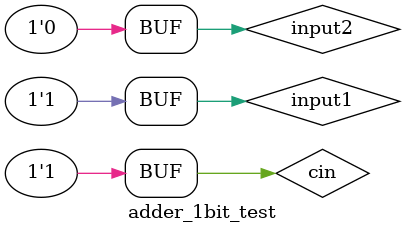
<source format=v>
module adder_1bit_test();

wire out,cout;
reg input1,input2,cin;


adder_1bit add1(out,input1,input2,cin,cout);

initial begin
  input1=1'b1;
  input2=1'b0;
  cin=1'b0;
#5;
  cin=1'b1;
end

initial begin
  $monitor("Time:%2d input1:%1b, input2:%1b, cin:%1b, cout:%1b, out:%1b",$time,input1,input2,cin,cout,out);
end


endmodule

</source>
